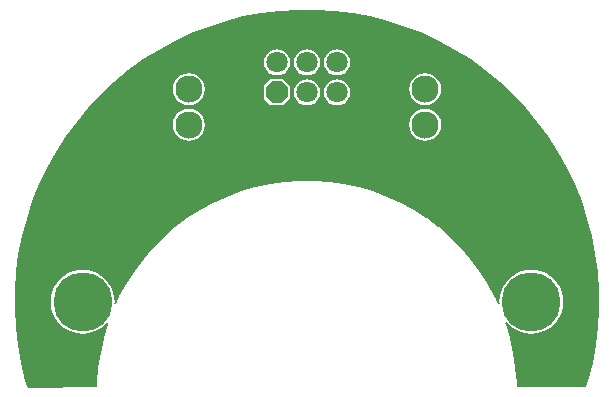
<source format=gtl>
G04*
G04 #@! TF.GenerationSoftware,Altium Limited,Altium Designer,20.1.8 (145)*
G04*
G04 Layer_Physical_Order=1*
G04 Layer_Color=255*
%FSTAX43Y43*%
%MOMM*%
G71*
G04*
G04 #@! TF.SameCoordinates,996BCE0E-84F6-4872-9113-F872C4FAF876*
G04*
G04*
G04 #@! TF.FilePolarity,Positive*
G04*
G01*
G75*
%ADD14C,2.300*%
%ADD15C,1.800*%
%ADD16P,1.948X8X22.5*%
%ADD17C,5.000*%
G36*
X0076319Y007765D02*
X0077855Y0077457D01*
X0079376Y0077168D01*
X0080876Y0076785D01*
X0082349Y0076309D01*
X0083789Y0075742D01*
X0085191Y0075085D01*
X008655Y0074343D01*
X0087859Y0073517D01*
X0089114Y0072611D01*
X009031Y0071628D01*
X0091442Y0070572D01*
X0092506Y0069448D01*
X0093498Y0068259D01*
X0094414Y006701D01*
X0095249Y0065707D01*
X0096002Y0064355D01*
X0096668Y0062957D01*
X0097246Y0061521D01*
X0097734Y0060052D01*
X0098128Y0058555D01*
X0098428Y0057036D01*
X0098632Y0055502D01*
X0098741Y0053957D01*
X0098752Y0052409D01*
X0098667Y0050863D01*
X0098485Y0049326D01*
X0098207Y0047803D01*
X0097835Y00463D01*
X0097663Y0045755D01*
X009175D01*
X0091744Y0046129D01*
X0091742Y0046136D01*
X0091743Y0046143D01*
X0091654Y0047389D01*
X0091652Y0047398D01*
X0091652Y0047407D01*
X0091474Y0048643D01*
X0091471Y0048652D01*
X0091471Y0048661D01*
X0091205Y0049882D01*
X0091202Y004989D01*
X0091201Y00499D01*
X0090849Y0051098D01*
X0090845Y0051106D01*
X0090843Y0051116D01*
X0090806Y0051216D01*
X0090917Y0051282D01*
X0091085Y0051085D01*
X0091408Y0050809D01*
X009177Y0050587D01*
X0092163Y0050424D01*
X0092576Y0050325D01*
X0093Y0050292D01*
X0093424Y0050325D01*
X0093837Y0050424D01*
X009423Y0050587D01*
X0094592Y0050809D01*
X0094915Y0051085D01*
X0095191Y0051408D01*
X0095413Y005177D01*
X0095576Y0052163D01*
X0095675Y0052576D01*
X0095708Y0053D01*
X0095675Y0053424D01*
X0095576Y0053837D01*
X0095413Y005423D01*
X0095191Y0054592D01*
X0094915Y0054915D01*
X0094592Y0055191D01*
X009423Y0055413D01*
X0093837Y0055576D01*
X0093424Y0055675D01*
X0093Y0055708D01*
X0092576Y0055675D01*
X0092163Y0055576D01*
X009177Y0055413D01*
X0091408Y0055191D01*
X0091085Y0054915D01*
X0090809Y0054592D01*
X0090587Y005423D01*
X0090424Y0053837D01*
X0090325Y0053424D01*
X0090292Y0053D01*
X0090306Y0052813D01*
X0090182Y0052781D01*
X0089881Y0053439D01*
X0089875Y0053447D01*
X0089873Y0053455D01*
X0089274Y0054552D01*
X0089268Y0054559D01*
X0089265Y0054568D01*
X0088589Y0055618D01*
X0088583Y0055625D01*
X0088579Y0055633D01*
X008783Y0056633D01*
X0087823Y005664D01*
X0087819Y0056648D01*
X0087001Y0057592D01*
X0086993Y0057597D01*
X0086988Y0057605D01*
X0086105Y0058488D01*
X0086097Y0058493D01*
X0086092Y0058501D01*
X0085148Y0059319D01*
X008514Y0059323D01*
X0085133Y005933D01*
X0084133Y0060079D01*
X0084125Y0060083D01*
X0084118Y0060089D01*
X0083068Y0060765D01*
X0083059Y0060768D01*
X0083052Y0060774D01*
X0081955Y0061373D01*
X0081947Y0061375D01*
X0081939Y0061381D01*
X0080803Y00619D01*
X0080794Y0061902D01*
X0080786Y0061907D01*
X0079616Y0062343D01*
X0079606Y0062345D01*
X0079598Y0062349D01*
X00784Y0062701D01*
X0078391Y0062702D01*
X0078382Y0062705D01*
X0077161Y0062971D01*
X0077152Y0062971D01*
X0077143Y0062974D01*
X0075907Y0063152D01*
X0075898Y0063152D01*
X0075889Y0063154D01*
X0074643Y0063243D01*
X0074634Y0063242D01*
X0074625Y0063244D01*
X0073375D01*
X0073366Y0063242D01*
X0073357Y0063243D01*
X0072111Y0063154D01*
X0072102Y0063152D01*
X0072093Y0063152D01*
X0070857Y0062974D01*
X0070848Y0062971D01*
X0070839Y0062971D01*
X0069618Y0062705D01*
X0069609Y0062702D01*
X00696Y0062701D01*
X0068402Y0062349D01*
X0068394Y0062345D01*
X0068384Y0062343D01*
X0067214Y0061907D01*
X0067206Y0061902D01*
X0067197Y00619D01*
X0066061Y0061381D01*
X0066053Y0061375D01*
X0066045Y0061373D01*
X0064948Y0060774D01*
X0064941Y0060768D01*
X0064932Y0060765D01*
X0063882Y0060089D01*
X0063875Y0060083D01*
X0063867Y0060079D01*
X0062867Y005933D01*
X006286Y0059323D01*
X0062852Y0059319D01*
X0061908Y0058501D01*
X0061903Y0058493D01*
X0061895Y0058488D01*
X0061012Y0057605D01*
X0061007Y0057597D01*
X0060999Y0057592D01*
X0060181Y0056648D01*
X0060177Y005664D01*
X006017Y0056633D01*
X0059421Y0055633D01*
X0059417Y0055625D01*
X0059411Y0055618D01*
X0058735Y0054568D01*
X0058732Y0054559D01*
X0058726Y0054552D01*
X0058127Y0053455D01*
X0058125Y0053447D01*
X0058119Y0053439D01*
X0057818Y0052781D01*
X0057694Y0052813D01*
X0057708Y0053D01*
X0057675Y0053424D01*
X0057576Y0053837D01*
X0057413Y005423D01*
X0057191Y0054592D01*
X0056915Y0054915D01*
X0056592Y0055191D01*
X005623Y0055413D01*
X0055837Y0055576D01*
X0055424Y0055675D01*
X0055Y0055708D01*
X0054576Y0055675D01*
X0054163Y0055576D01*
X005377Y0055413D01*
X0053408Y0055191D01*
X0053085Y0054915D01*
X0052809Y0054592D01*
X0052587Y005423D01*
X0052424Y0053837D01*
X0052325Y0053424D01*
X0052292Y0053D01*
X0052325Y0052576D01*
X0052424Y0052163D01*
X0052587Y005177D01*
X0052809Y0051408D01*
X0053085Y0051085D01*
X0053408Y0050809D01*
X005377Y0050587D01*
X0054163Y0050424D01*
X0054576Y0050325D01*
X0055Y0050292D01*
X0055424Y0050325D01*
X0055837Y0050424D01*
X005623Y0050587D01*
X0056592Y0050809D01*
X0056915Y0051085D01*
X0057083Y0051282D01*
X0057194Y0051216D01*
X0057157Y0051116D01*
X0057155Y0051106D01*
X0057151Y0051098D01*
X0056799Y00499D01*
X0056798Y004989D01*
X0056795Y0049882D01*
X0056529Y0048661D01*
X0056529Y0048652D01*
X0056526Y0048643D01*
X0056348Y0047407D01*
X0056348Y0047398D01*
X0056346Y0047389D01*
X0056257Y0046143D01*
X0056258Y0046136D01*
X0056256Y0046129D01*
X005625Y0045754D01*
X0050341Y0045741D01*
X0050165Y00463D01*
X0049793Y0047803D01*
X0049515Y0049326D01*
X0049333Y0050863D01*
X0049248Y0052409D01*
X0049259Y0053957D01*
X0049368Y0055502D01*
X0049572Y0057036D01*
X0049872Y0058555D01*
X0050266Y0060052D01*
X0050754Y0061521D01*
X0051332Y0062957D01*
X0051998Y0064355D01*
X0052751Y0065707D01*
X0053586Y006701D01*
X0054502Y0068259D01*
X0055494Y0069448D01*
X0056558Y0070572D01*
X005769Y0071628D01*
X0058886Y0072611D01*
X0060141Y0073517D01*
X006145Y0074343D01*
X0062809Y0075085D01*
X0064211Y0075742D01*
X0065651Y0076309D01*
X0067124Y0076785D01*
X0068624Y0077168D01*
X0070145Y0077457D01*
X0071681Y007765D01*
X0073226Y0077747D01*
X0074774D01*
X0076319Y007765D01*
D02*
G37*
%LPC*%
G36*
X007654Y0074379D02*
X0076253Y0074342D01*
X0075985Y0074231D01*
X0075755Y0074055D01*
X0075579Y0073825D01*
X0075468Y0073557D01*
X0075431Y007327D01*
X0075468Y0072983D01*
X0075579Y0072715D01*
X0075755Y0072485D01*
X0075985Y0072309D01*
X0076253Y0072198D01*
X007654Y0072161D01*
X0076827Y0072198D01*
X0077095Y0072309D01*
X0077325Y0072485D01*
X0077501Y0072715D01*
X0077612Y0072983D01*
X0077649Y007327D01*
X0077612Y0073557D01*
X0077501Y0073825D01*
X0077325Y0074055D01*
X0077095Y0074231D01*
X0076827Y0074342D01*
X007654Y0074379D01*
D02*
G37*
G36*
X0074D02*
X0073713Y0074342D01*
X0073445Y0074231D01*
X0073215Y0074055D01*
X0073039Y0073825D01*
X0072928Y0073557D01*
X0072891Y007327D01*
X0072928Y0072983D01*
X0073039Y0072715D01*
X0073215Y0072485D01*
X0073445Y0072309D01*
X0073713Y0072198D01*
X0074Y0072161D01*
X0074287Y0072198D01*
X0074555Y0072309D01*
X0074785Y0072485D01*
X0074961Y0072715D01*
X0075072Y0072983D01*
X0075109Y007327D01*
X0075072Y0073557D01*
X0074961Y0073825D01*
X0074785Y0074055D01*
X0074555Y0074231D01*
X0074287Y0074342D01*
X0074Y0074379D01*
D02*
G37*
G36*
X007146D02*
X0071173Y0074342D01*
X0070905Y0074231D01*
X0070675Y0074055D01*
X0070499Y0073825D01*
X0070388Y0073557D01*
X0070351Y007327D01*
X0070388Y0072983D01*
X0070499Y0072715D01*
X0070675Y0072485D01*
X0070905Y0072309D01*
X0071173Y0072198D01*
X007146Y0072161D01*
X0071747Y0072198D01*
X0072015Y0072309D01*
X0072245Y0072485D01*
X0072421Y0072715D01*
X0072532Y0072983D01*
X0072569Y007327D01*
X0072532Y0073557D01*
X0072421Y0073825D01*
X0072245Y0074055D01*
X0072015Y0074231D01*
X0071747Y0074342D01*
X007146Y0074379D01*
D02*
G37*
G36*
X0084Y0072362D02*
X0083648Y0072315D01*
X0083319Y0072179D01*
X0083037Y0071963D01*
X0082821Y0071681D01*
X0082685Y0071352D01*
X0082638Y0071D01*
X0082685Y0070648D01*
X0082821Y0070319D01*
X0083037Y0070037D01*
X0083319Y0069821D01*
X0083648Y0069685D01*
X0084Y0069638D01*
X0084352Y0069685D01*
X0084681Y0069821D01*
X0084963Y0070037D01*
X0085179Y0070319D01*
X0085315Y0070648D01*
X0085362Y0071D01*
X0085315Y0071352D01*
X0085179Y0071681D01*
X0084963Y0071963D01*
X0084681Y0072179D01*
X0084352Y0072315D01*
X0084Y0072362D01*
D02*
G37*
G36*
X0064D02*
X0063648Y0072315D01*
X0063319Y0072179D01*
X0063037Y0071963D01*
X0062821Y0071681D01*
X0062685Y0071352D01*
X0062638Y0071D01*
X0062685Y0070648D01*
X0062821Y0070319D01*
X0063037Y0070037D01*
X0063319Y0069821D01*
X0063648Y0069685D01*
X0064Y0069638D01*
X0064352Y0069685D01*
X0064681Y0069821D01*
X0064963Y0070037D01*
X0065179Y0070319D01*
X0065315Y0070648D01*
X0065362Y0071D01*
X0065315Y0071352D01*
X0065179Y0071681D01*
X0064963Y0071963D01*
X0064681Y0072179D01*
X0064352Y0072315D01*
X0064Y0072362D01*
D02*
G37*
G36*
X007201Y007183D02*
X007091D01*
X007036Y007128D01*
Y007018D01*
X007091Y006963D01*
X007201D01*
X007256Y007018D01*
Y007128D01*
X007201Y007183D01*
D02*
G37*
G36*
X007654Y0071839D02*
X0076253Y0071802D01*
X0075985Y0071691D01*
X0075755Y0071515D01*
X0075579Y0071285D01*
X0075468Y0071017D01*
X0075431Y007073D01*
X0075468Y0070443D01*
X0075579Y0070175D01*
X0075755Y0069945D01*
X0075985Y0069769D01*
X0076253Y0069658D01*
X007654Y0069621D01*
X0076827Y0069658D01*
X0077095Y0069769D01*
X0077325Y0069945D01*
X0077501Y0070175D01*
X0077612Y0070443D01*
X0077649Y007073D01*
X0077612Y0071017D01*
X0077501Y0071285D01*
X0077325Y0071515D01*
X0077095Y0071691D01*
X0076827Y0071802D01*
X007654Y0071839D01*
D02*
G37*
G36*
X0074D02*
X0073713Y0071802D01*
X0073445Y0071691D01*
X0073215Y0071515D01*
X0073039Y0071285D01*
X0072928Y0071017D01*
X0072891Y007073D01*
X0072928Y0070443D01*
X0073039Y0070175D01*
X0073215Y0069945D01*
X0073445Y0069769D01*
X0073713Y0069658D01*
X0074Y0069621D01*
X0074287Y0069658D01*
X0074555Y0069769D01*
X0074785Y0069945D01*
X0074961Y0070175D01*
X0075072Y0070443D01*
X0075109Y007073D01*
X0075072Y0071017D01*
X0074961Y0071285D01*
X0074785Y0071515D01*
X0074555Y0071691D01*
X0074287Y0071802D01*
X0074Y0071839D01*
D02*
G37*
G36*
X0084Y0069362D02*
X0083648Y0069315D01*
X0083319Y0069179D01*
X0083037Y0068963D01*
X0082821Y0068681D01*
X0082685Y0068352D01*
X0082638Y0068D01*
X0082685Y0067648D01*
X0082821Y0067319D01*
X0083037Y0067037D01*
X0083319Y0066821D01*
X0083648Y0066685D01*
X0084Y0066638D01*
X0084352Y0066685D01*
X0084681Y0066821D01*
X0084963Y0067037D01*
X0085179Y0067319D01*
X0085315Y0067648D01*
X0085362Y0068D01*
X0085315Y0068352D01*
X0085179Y0068681D01*
X0084963Y0068963D01*
X0084681Y0069179D01*
X0084352Y0069315D01*
X0084Y0069362D01*
D02*
G37*
G36*
X0064D02*
X0063648Y0069315D01*
X0063319Y0069179D01*
X0063037Y0068963D01*
X0062821Y0068681D01*
X0062685Y0068352D01*
X0062638Y0068D01*
X0062685Y0067648D01*
X0062821Y0067319D01*
X0063037Y0067037D01*
X0063319Y0066821D01*
X0063648Y0066685D01*
X0064Y0066638D01*
X0064352Y0066685D01*
X0064681Y0066821D01*
X0064963Y0067037D01*
X0065179Y0067319D01*
X0065315Y0067648D01*
X0065362Y0068D01*
X0065315Y0068352D01*
X0065179Y0068681D01*
X0064963Y0068963D01*
X0064681Y0069179D01*
X0064352Y0069315D01*
X0064Y0069362D01*
D02*
G37*
%LPD*%
D14*
X0084Y0071D02*
D03*
Y0068D02*
D03*
X0064D02*
D03*
Y0071D02*
D03*
D15*
X007146Y007327D02*
D03*
X007654D02*
D03*
X0074D02*
D03*
Y007073D02*
D03*
X007654D02*
D03*
D16*
X007146D02*
D03*
D17*
X0055Y0053D02*
D03*
X0093D02*
D03*
M02*

</source>
